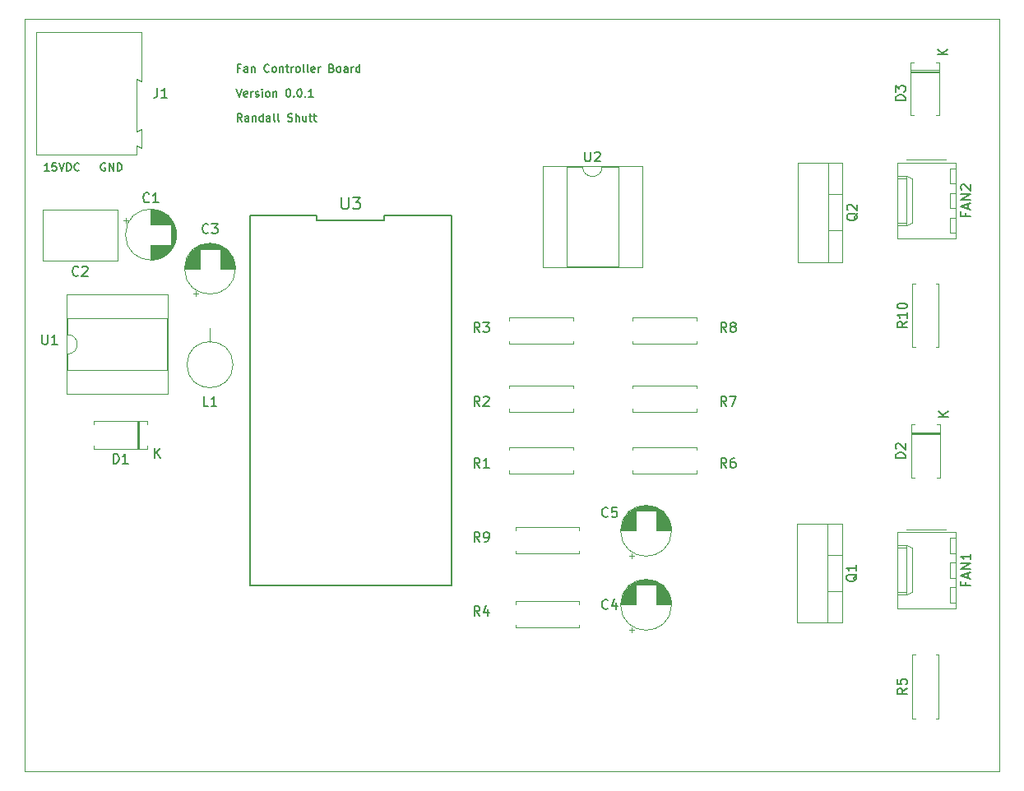
<source format=gbr>
%TF.GenerationSoftware,KiCad,Pcbnew,(5.1.9-0-10_14)*%
%TF.CreationDate,2021-04-26T00:09:41-04:00*%
%TF.ProjectId,randall-LM358-5-12V-amp,72616e64-616c-46c2-9d4c-4d3335382d35,rev?*%
%TF.SameCoordinates,PX4f16d38PY3a51524*%
%TF.FileFunction,Legend,Top*%
%TF.FilePolarity,Positive*%
%FSLAX46Y46*%
G04 Gerber Fmt 4.6, Leading zero omitted, Abs format (unit mm)*
G04 Created by KiCad (PCBNEW (5.1.9-0-10_14)) date 2021-04-26 00:09:41*
%MOMM*%
%LPD*%
G01*
G04 APERTURE LIST*
%ADD10C,0.152400*%
%TA.AperFunction,Profile*%
%ADD11C,0.100000*%
%TD*%
%ADD12C,0.150000*%
%ADD13C,0.120000*%
G04 APERTURE END LIST*
D10*
X21966040Y-9067195D02*
X21695107Y-8680147D01*
X21501583Y-9067195D02*
X21501583Y-8254395D01*
X21811221Y-8254395D01*
X21888631Y-8293100D01*
X21927336Y-8331804D01*
X21966040Y-8409214D01*
X21966040Y-8525328D01*
X21927336Y-8602738D01*
X21888631Y-8641442D01*
X21811221Y-8680147D01*
X21501583Y-8680147D01*
X22662726Y-9067195D02*
X22662726Y-8641442D01*
X22624021Y-8564033D01*
X22546612Y-8525328D01*
X22391793Y-8525328D01*
X22314383Y-8564033D01*
X22662726Y-9028490D02*
X22585317Y-9067195D01*
X22391793Y-9067195D01*
X22314383Y-9028490D01*
X22275679Y-8951080D01*
X22275679Y-8873671D01*
X22314383Y-8796261D01*
X22391793Y-8757557D01*
X22585317Y-8757557D01*
X22662726Y-8718852D01*
X23049774Y-8525328D02*
X23049774Y-9067195D01*
X23049774Y-8602738D02*
X23088479Y-8564033D01*
X23165888Y-8525328D01*
X23282002Y-8525328D01*
X23359412Y-8564033D01*
X23398117Y-8641442D01*
X23398117Y-9067195D01*
X24133507Y-9067195D02*
X24133507Y-8254395D01*
X24133507Y-9028490D02*
X24056098Y-9067195D01*
X23901279Y-9067195D01*
X23823869Y-9028490D01*
X23785164Y-8989785D01*
X23746460Y-8912376D01*
X23746460Y-8680147D01*
X23785164Y-8602738D01*
X23823869Y-8564033D01*
X23901279Y-8525328D01*
X24056098Y-8525328D01*
X24133507Y-8564033D01*
X24868898Y-9067195D02*
X24868898Y-8641442D01*
X24830193Y-8564033D01*
X24752783Y-8525328D01*
X24597964Y-8525328D01*
X24520555Y-8564033D01*
X24868898Y-9028490D02*
X24791488Y-9067195D01*
X24597964Y-9067195D01*
X24520555Y-9028490D01*
X24481850Y-8951080D01*
X24481850Y-8873671D01*
X24520555Y-8796261D01*
X24597964Y-8757557D01*
X24791488Y-8757557D01*
X24868898Y-8718852D01*
X25372060Y-9067195D02*
X25294650Y-9028490D01*
X25255945Y-8951080D01*
X25255945Y-8254395D01*
X25797812Y-9067195D02*
X25720402Y-9028490D01*
X25681698Y-8951080D01*
X25681698Y-8254395D01*
X26688021Y-9028490D02*
X26804136Y-9067195D01*
X26997660Y-9067195D01*
X27075069Y-9028490D01*
X27113774Y-8989785D01*
X27152479Y-8912376D01*
X27152479Y-8834966D01*
X27113774Y-8757557D01*
X27075069Y-8718852D01*
X26997660Y-8680147D01*
X26842840Y-8641442D01*
X26765431Y-8602738D01*
X26726726Y-8564033D01*
X26688021Y-8486623D01*
X26688021Y-8409214D01*
X26726726Y-8331804D01*
X26765431Y-8293100D01*
X26842840Y-8254395D01*
X27036364Y-8254395D01*
X27152479Y-8293100D01*
X27500821Y-9067195D02*
X27500821Y-8254395D01*
X27849164Y-9067195D02*
X27849164Y-8641442D01*
X27810460Y-8564033D01*
X27733050Y-8525328D01*
X27616936Y-8525328D01*
X27539526Y-8564033D01*
X27500821Y-8602738D01*
X28584555Y-8525328D02*
X28584555Y-9067195D01*
X28236212Y-8525328D02*
X28236212Y-8951080D01*
X28274917Y-9028490D01*
X28352326Y-9067195D01*
X28468440Y-9067195D01*
X28545850Y-9028490D01*
X28584555Y-8989785D01*
X28855488Y-8525328D02*
X29165126Y-8525328D01*
X28971602Y-8254395D02*
X28971602Y-8951080D01*
X29010307Y-9028490D01*
X29087717Y-9067195D01*
X29165126Y-9067195D01*
X29319945Y-8525328D02*
X29629583Y-8525328D01*
X29436060Y-8254395D02*
X29436060Y-8951080D01*
X29474764Y-9028490D01*
X29552174Y-9067195D01*
X29629583Y-9067195D01*
X21385469Y-5714395D02*
X21656402Y-6527195D01*
X21927336Y-5714395D01*
X22507907Y-6488490D02*
X22430498Y-6527195D01*
X22275679Y-6527195D01*
X22198269Y-6488490D01*
X22159564Y-6411080D01*
X22159564Y-6101442D01*
X22198269Y-6024033D01*
X22275679Y-5985328D01*
X22430498Y-5985328D01*
X22507907Y-6024033D01*
X22546612Y-6101442D01*
X22546612Y-6178852D01*
X22159564Y-6256261D01*
X22894955Y-6527195D02*
X22894955Y-5985328D01*
X22894955Y-6140147D02*
X22933660Y-6062738D01*
X22972364Y-6024033D01*
X23049774Y-5985328D01*
X23127183Y-5985328D01*
X23359412Y-6488490D02*
X23436821Y-6527195D01*
X23591640Y-6527195D01*
X23669050Y-6488490D01*
X23707755Y-6411080D01*
X23707755Y-6372376D01*
X23669050Y-6294966D01*
X23591640Y-6256261D01*
X23475526Y-6256261D01*
X23398117Y-6217557D01*
X23359412Y-6140147D01*
X23359412Y-6101442D01*
X23398117Y-6024033D01*
X23475526Y-5985328D01*
X23591640Y-5985328D01*
X23669050Y-6024033D01*
X24056098Y-6527195D02*
X24056098Y-5985328D01*
X24056098Y-5714395D02*
X24017393Y-5753100D01*
X24056098Y-5791804D01*
X24094802Y-5753100D01*
X24056098Y-5714395D01*
X24056098Y-5791804D01*
X24559260Y-6527195D02*
X24481850Y-6488490D01*
X24443145Y-6449785D01*
X24404440Y-6372376D01*
X24404440Y-6140147D01*
X24443145Y-6062738D01*
X24481850Y-6024033D01*
X24559260Y-5985328D01*
X24675374Y-5985328D01*
X24752783Y-6024033D01*
X24791488Y-6062738D01*
X24830193Y-6140147D01*
X24830193Y-6372376D01*
X24791488Y-6449785D01*
X24752783Y-6488490D01*
X24675374Y-6527195D01*
X24559260Y-6527195D01*
X25178536Y-5985328D02*
X25178536Y-6527195D01*
X25178536Y-6062738D02*
X25217240Y-6024033D01*
X25294650Y-5985328D01*
X25410764Y-5985328D01*
X25488174Y-6024033D01*
X25526879Y-6101442D01*
X25526879Y-6527195D01*
X26688021Y-5714395D02*
X26765431Y-5714395D01*
X26842840Y-5753100D01*
X26881545Y-5791804D01*
X26920250Y-5869214D01*
X26958955Y-6024033D01*
X26958955Y-6217557D01*
X26920250Y-6372376D01*
X26881545Y-6449785D01*
X26842840Y-6488490D01*
X26765431Y-6527195D01*
X26688021Y-6527195D01*
X26610612Y-6488490D01*
X26571907Y-6449785D01*
X26533202Y-6372376D01*
X26494498Y-6217557D01*
X26494498Y-6024033D01*
X26533202Y-5869214D01*
X26571907Y-5791804D01*
X26610612Y-5753100D01*
X26688021Y-5714395D01*
X27307298Y-6449785D02*
X27346002Y-6488490D01*
X27307298Y-6527195D01*
X27268593Y-6488490D01*
X27307298Y-6449785D01*
X27307298Y-6527195D01*
X27849164Y-5714395D02*
X27926574Y-5714395D01*
X28003983Y-5753100D01*
X28042688Y-5791804D01*
X28081393Y-5869214D01*
X28120098Y-6024033D01*
X28120098Y-6217557D01*
X28081393Y-6372376D01*
X28042688Y-6449785D01*
X28003983Y-6488490D01*
X27926574Y-6527195D01*
X27849164Y-6527195D01*
X27771755Y-6488490D01*
X27733050Y-6449785D01*
X27694345Y-6372376D01*
X27655640Y-6217557D01*
X27655640Y-6024033D01*
X27694345Y-5869214D01*
X27733050Y-5791804D01*
X27771755Y-5753100D01*
X27849164Y-5714395D01*
X28468440Y-6449785D02*
X28507145Y-6488490D01*
X28468440Y-6527195D01*
X28429736Y-6488490D01*
X28468440Y-6449785D01*
X28468440Y-6527195D01*
X29281240Y-6527195D02*
X28816783Y-6527195D01*
X29049012Y-6527195D02*
X29049012Y-5714395D01*
X28971602Y-5830509D01*
X28894193Y-5907919D01*
X28816783Y-5946623D01*
X21772517Y-3561442D02*
X21501583Y-3561442D01*
X21501583Y-3987195D02*
X21501583Y-3174395D01*
X21888631Y-3174395D01*
X22546612Y-3987195D02*
X22546612Y-3561442D01*
X22507907Y-3484033D01*
X22430498Y-3445328D01*
X22275679Y-3445328D01*
X22198269Y-3484033D01*
X22546612Y-3948490D02*
X22469202Y-3987195D01*
X22275679Y-3987195D01*
X22198269Y-3948490D01*
X22159564Y-3871080D01*
X22159564Y-3793671D01*
X22198269Y-3716261D01*
X22275679Y-3677557D01*
X22469202Y-3677557D01*
X22546612Y-3638852D01*
X22933660Y-3445328D02*
X22933660Y-3987195D01*
X22933660Y-3522738D02*
X22972364Y-3484033D01*
X23049774Y-3445328D01*
X23165888Y-3445328D01*
X23243298Y-3484033D01*
X23282002Y-3561442D01*
X23282002Y-3987195D01*
X24752783Y-3909785D02*
X24714079Y-3948490D01*
X24597964Y-3987195D01*
X24520555Y-3987195D01*
X24404440Y-3948490D01*
X24327031Y-3871080D01*
X24288326Y-3793671D01*
X24249621Y-3638852D01*
X24249621Y-3522738D01*
X24288326Y-3367919D01*
X24327031Y-3290509D01*
X24404440Y-3213100D01*
X24520555Y-3174395D01*
X24597964Y-3174395D01*
X24714079Y-3213100D01*
X24752783Y-3251804D01*
X25217240Y-3987195D02*
X25139831Y-3948490D01*
X25101126Y-3909785D01*
X25062421Y-3832376D01*
X25062421Y-3600147D01*
X25101126Y-3522738D01*
X25139831Y-3484033D01*
X25217240Y-3445328D01*
X25333355Y-3445328D01*
X25410764Y-3484033D01*
X25449469Y-3522738D01*
X25488174Y-3600147D01*
X25488174Y-3832376D01*
X25449469Y-3909785D01*
X25410764Y-3948490D01*
X25333355Y-3987195D01*
X25217240Y-3987195D01*
X25836517Y-3445328D02*
X25836517Y-3987195D01*
X25836517Y-3522738D02*
X25875221Y-3484033D01*
X25952631Y-3445328D01*
X26068745Y-3445328D01*
X26146155Y-3484033D01*
X26184860Y-3561442D01*
X26184860Y-3987195D01*
X26455793Y-3445328D02*
X26765431Y-3445328D01*
X26571907Y-3174395D02*
X26571907Y-3871080D01*
X26610612Y-3948490D01*
X26688021Y-3987195D01*
X26765431Y-3987195D01*
X27036364Y-3987195D02*
X27036364Y-3445328D01*
X27036364Y-3600147D02*
X27075069Y-3522738D01*
X27113774Y-3484033D01*
X27191183Y-3445328D01*
X27268593Y-3445328D01*
X27655640Y-3987195D02*
X27578231Y-3948490D01*
X27539526Y-3909785D01*
X27500821Y-3832376D01*
X27500821Y-3600147D01*
X27539526Y-3522738D01*
X27578231Y-3484033D01*
X27655640Y-3445328D01*
X27771755Y-3445328D01*
X27849164Y-3484033D01*
X27887869Y-3522738D01*
X27926574Y-3600147D01*
X27926574Y-3832376D01*
X27887869Y-3909785D01*
X27849164Y-3948490D01*
X27771755Y-3987195D01*
X27655640Y-3987195D01*
X28391031Y-3987195D02*
X28313621Y-3948490D01*
X28274917Y-3871080D01*
X28274917Y-3174395D01*
X28816783Y-3987195D02*
X28739374Y-3948490D01*
X28700669Y-3871080D01*
X28700669Y-3174395D01*
X29436060Y-3948490D02*
X29358650Y-3987195D01*
X29203831Y-3987195D01*
X29126421Y-3948490D01*
X29087717Y-3871080D01*
X29087717Y-3561442D01*
X29126421Y-3484033D01*
X29203831Y-3445328D01*
X29358650Y-3445328D01*
X29436060Y-3484033D01*
X29474764Y-3561442D01*
X29474764Y-3638852D01*
X29087717Y-3716261D01*
X29823107Y-3987195D02*
X29823107Y-3445328D01*
X29823107Y-3600147D02*
X29861812Y-3522738D01*
X29900517Y-3484033D01*
X29977926Y-3445328D01*
X30055336Y-3445328D01*
X31216479Y-3561442D02*
X31332593Y-3600147D01*
X31371298Y-3638852D01*
X31410002Y-3716261D01*
X31410002Y-3832376D01*
X31371298Y-3909785D01*
X31332593Y-3948490D01*
X31255183Y-3987195D01*
X30945545Y-3987195D01*
X30945545Y-3174395D01*
X31216479Y-3174395D01*
X31293888Y-3213100D01*
X31332593Y-3251804D01*
X31371298Y-3329214D01*
X31371298Y-3406623D01*
X31332593Y-3484033D01*
X31293888Y-3522738D01*
X31216479Y-3561442D01*
X30945545Y-3561442D01*
X31874460Y-3987195D02*
X31797050Y-3948490D01*
X31758345Y-3909785D01*
X31719640Y-3832376D01*
X31719640Y-3600147D01*
X31758345Y-3522738D01*
X31797050Y-3484033D01*
X31874460Y-3445328D01*
X31990574Y-3445328D01*
X32067983Y-3484033D01*
X32106688Y-3522738D01*
X32145393Y-3600147D01*
X32145393Y-3832376D01*
X32106688Y-3909785D01*
X32067983Y-3948490D01*
X31990574Y-3987195D01*
X31874460Y-3987195D01*
X32842079Y-3987195D02*
X32842079Y-3561442D01*
X32803374Y-3484033D01*
X32725964Y-3445328D01*
X32571145Y-3445328D01*
X32493736Y-3484033D01*
X32842079Y-3948490D02*
X32764669Y-3987195D01*
X32571145Y-3987195D01*
X32493736Y-3948490D01*
X32455031Y-3871080D01*
X32455031Y-3793671D01*
X32493736Y-3716261D01*
X32571145Y-3677557D01*
X32764669Y-3677557D01*
X32842079Y-3638852D01*
X33229126Y-3987195D02*
X33229126Y-3445328D01*
X33229126Y-3600147D02*
X33267831Y-3522738D01*
X33306536Y-3484033D01*
X33383945Y-3445328D01*
X33461355Y-3445328D01*
X34080631Y-3987195D02*
X34080631Y-3174395D01*
X34080631Y-3948490D02*
X34003221Y-3987195D01*
X33848402Y-3987195D01*
X33770993Y-3948490D01*
X33732288Y-3909785D01*
X33693583Y-3832376D01*
X33693583Y-3600147D01*
X33732288Y-3522738D01*
X33770993Y-3484033D01*
X33848402Y-3445328D01*
X34003221Y-3445328D01*
X34080631Y-3484033D01*
X7889723Y-13373100D02*
X7812314Y-13334395D01*
X7696200Y-13334395D01*
X7580085Y-13373100D01*
X7502676Y-13450509D01*
X7463971Y-13527919D01*
X7425266Y-13682738D01*
X7425266Y-13798852D01*
X7463971Y-13953671D01*
X7502676Y-14031080D01*
X7580085Y-14108490D01*
X7696200Y-14147195D01*
X7773609Y-14147195D01*
X7889723Y-14108490D01*
X7928428Y-14069785D01*
X7928428Y-13798852D01*
X7773609Y-13798852D01*
X8276771Y-14147195D02*
X8276771Y-13334395D01*
X8741228Y-14147195D01*
X8741228Y-13334395D01*
X9128276Y-14147195D02*
X9128276Y-13334395D01*
X9321800Y-13334395D01*
X9437914Y-13373100D01*
X9515323Y-13450509D01*
X9554028Y-13527919D01*
X9592733Y-13682738D01*
X9592733Y-13798852D01*
X9554028Y-13953671D01*
X9515323Y-14031080D01*
X9437914Y-14108490D01*
X9321800Y-14147195D01*
X9128276Y-14147195D01*
X2113038Y-14147195D02*
X1648580Y-14147195D01*
X1880809Y-14147195D02*
X1880809Y-13334395D01*
X1803400Y-13450509D01*
X1725990Y-13527919D01*
X1648580Y-13566623D01*
X2848428Y-13334395D02*
X2461380Y-13334395D01*
X2422676Y-13721442D01*
X2461380Y-13682738D01*
X2538790Y-13644033D01*
X2732314Y-13644033D01*
X2809723Y-13682738D01*
X2848428Y-13721442D01*
X2887133Y-13798852D01*
X2887133Y-13992376D01*
X2848428Y-14069785D01*
X2809723Y-14108490D01*
X2732314Y-14147195D01*
X2538790Y-14147195D01*
X2461380Y-14108490D01*
X2422676Y-14069785D01*
X3119361Y-13334395D02*
X3390295Y-14147195D01*
X3661228Y-13334395D01*
X3932161Y-14147195D02*
X3932161Y-13334395D01*
X4125685Y-13334395D01*
X4241800Y-13373100D01*
X4319209Y-13450509D01*
X4357914Y-13527919D01*
X4396619Y-13682738D01*
X4396619Y-13798852D01*
X4357914Y-13953671D01*
X4319209Y-14031080D01*
X4241800Y-14108490D01*
X4125685Y-14147195D01*
X3932161Y-14147195D01*
X5209419Y-14069785D02*
X5170714Y-14108490D01*
X5054600Y-14147195D01*
X4977190Y-14147195D01*
X4861076Y-14108490D01*
X4783666Y-14031080D01*
X4744961Y-13953671D01*
X4706257Y-13798852D01*
X4706257Y-13682738D01*
X4744961Y-13527919D01*
X4783666Y-13450509D01*
X4861076Y-13373100D01*
X4977190Y-13334395D01*
X5054600Y-13334395D01*
X5170714Y-13373100D01*
X5209419Y-13411804D01*
D11*
X99949000Y1460500D02*
X99949000Y-76009500D01*
X-381000Y1460500D02*
X99949000Y1460500D01*
X-381000Y-76009500D02*
X-381000Y1460500D01*
X99949000Y-76009500D02*
X-381000Y-76009500D01*
D12*
%TO.C,U3*%
X22757001Y-18752500D02*
X22757000Y-56812500D01*
X22757000Y-56812500D02*
X43536999Y-56812500D01*
X43536999Y-56812500D02*
X43537000Y-18752500D01*
X43537000Y-18752500D02*
X36610333Y-18752500D01*
X36610333Y-18752500D02*
X36610333Y-19202500D01*
X36610333Y-19202500D02*
X29683667Y-19202500D01*
X29683667Y-19202500D02*
X29683667Y-18752500D01*
X29683667Y-18752500D02*
X22757001Y-18752500D01*
D13*
%TO.C,U1*%
X4004000Y-33004000D02*
X4004000Y-34654000D01*
X4004000Y-34654000D02*
X14284000Y-34654000D01*
X14284000Y-34654000D02*
X14284000Y-29354000D01*
X14284000Y-29354000D02*
X4004000Y-29354000D01*
X4004000Y-29354000D02*
X4004000Y-31004000D01*
X3944000Y-37144000D02*
X14344000Y-37144000D01*
X14344000Y-37144000D02*
X14344000Y-26864000D01*
X14344000Y-26864000D02*
X3944000Y-26864000D01*
X3944000Y-26864000D02*
X3944000Y-37144000D01*
X4004000Y-31004000D02*
G75*
G02*
X4004000Y-33004000I0J-1000000D01*
G01*
%TO.C,L1*%
X21039000Y-34099500D02*
G75*
G03*
X21039000Y-34099500I-2370000J0D01*
G01*
X18669000Y-31729500D02*
X18669000Y-30319500D01*
%TO.C,J1*%
X779000Y140500D02*
X779000Y-12459500D01*
X779000Y-12459500D02*
X11129000Y-12459500D01*
X11129000Y-12459500D02*
X11129000Y-11509500D01*
X11129000Y-11509500D02*
X11629000Y-11759500D01*
X11629000Y-11759500D02*
X11629000Y-9859500D01*
X11629000Y-9859500D02*
X11629000Y-9809500D01*
X11629000Y-9809500D02*
X11129000Y-10059500D01*
X11129000Y-10059500D02*
X11129000Y-4659500D01*
X11129000Y-4659500D02*
X11629000Y-4959500D01*
X11629000Y-4959500D02*
X11629000Y140500D01*
X11629000Y140500D02*
X779000Y140500D01*
%TO.C,D1*%
X12181500Y-42478500D02*
X12181500Y-42808500D01*
X12181500Y-42808500D02*
X6741500Y-42808500D01*
X6741500Y-42808500D02*
X6741500Y-42478500D01*
X12181500Y-40198500D02*
X12181500Y-39868500D01*
X12181500Y-39868500D02*
X6741500Y-39868500D01*
X6741500Y-39868500D02*
X6741500Y-40198500D01*
X11281500Y-42808500D02*
X11281500Y-39868500D01*
X11161500Y-42808500D02*
X11161500Y-39868500D01*
X11401500Y-42808500D02*
X11401500Y-39868500D01*
%TO.C,C5*%
X66183500Y-51197000D02*
G75*
G03*
X66183500Y-51197000I-2620000J0D01*
G01*
X64603500Y-51197000D02*
X66143500Y-51197000D01*
X60983500Y-51197000D02*
X62523500Y-51197000D01*
X64603500Y-51157000D02*
X66143500Y-51157000D01*
X60983500Y-51157000D02*
X62523500Y-51157000D01*
X60984500Y-51117000D02*
X62523500Y-51117000D01*
X64603500Y-51117000D02*
X66142500Y-51117000D01*
X60985500Y-51077000D02*
X62523500Y-51077000D01*
X64603500Y-51077000D02*
X66141500Y-51077000D01*
X60987500Y-51037000D02*
X62523500Y-51037000D01*
X64603500Y-51037000D02*
X66139500Y-51037000D01*
X60990500Y-50997000D02*
X62523500Y-50997000D01*
X64603500Y-50997000D02*
X66136500Y-50997000D01*
X60994500Y-50957000D02*
X62523500Y-50957000D01*
X64603500Y-50957000D02*
X66132500Y-50957000D01*
X60998500Y-50917000D02*
X62523500Y-50917000D01*
X64603500Y-50917000D02*
X66128500Y-50917000D01*
X61002500Y-50877000D02*
X62523500Y-50877000D01*
X64603500Y-50877000D02*
X66124500Y-50877000D01*
X61007500Y-50837000D02*
X62523500Y-50837000D01*
X64603500Y-50837000D02*
X66119500Y-50837000D01*
X61013500Y-50797000D02*
X62523500Y-50797000D01*
X64603500Y-50797000D02*
X66113500Y-50797000D01*
X61020500Y-50757000D02*
X62523500Y-50757000D01*
X64603500Y-50757000D02*
X66106500Y-50757000D01*
X61027500Y-50717000D02*
X62523500Y-50717000D01*
X64603500Y-50717000D02*
X66099500Y-50717000D01*
X61035500Y-50677000D02*
X62523500Y-50677000D01*
X64603500Y-50677000D02*
X66091500Y-50677000D01*
X61043500Y-50637000D02*
X62523500Y-50637000D01*
X64603500Y-50637000D02*
X66083500Y-50637000D01*
X61052500Y-50597000D02*
X62523500Y-50597000D01*
X64603500Y-50597000D02*
X66074500Y-50597000D01*
X61062500Y-50557000D02*
X62523500Y-50557000D01*
X64603500Y-50557000D02*
X66064500Y-50557000D01*
X61072500Y-50517000D02*
X62523500Y-50517000D01*
X64603500Y-50517000D02*
X66054500Y-50517000D01*
X61083500Y-50476000D02*
X62523500Y-50476000D01*
X64603500Y-50476000D02*
X66043500Y-50476000D01*
X61095500Y-50436000D02*
X62523500Y-50436000D01*
X64603500Y-50436000D02*
X66031500Y-50436000D01*
X61108500Y-50396000D02*
X62523500Y-50396000D01*
X64603500Y-50396000D02*
X66018500Y-50396000D01*
X61121500Y-50356000D02*
X62523500Y-50356000D01*
X64603500Y-50356000D02*
X66005500Y-50356000D01*
X61135500Y-50316000D02*
X62523500Y-50316000D01*
X64603500Y-50316000D02*
X65991500Y-50316000D01*
X61149500Y-50276000D02*
X62523500Y-50276000D01*
X64603500Y-50276000D02*
X65977500Y-50276000D01*
X61165500Y-50236000D02*
X62523500Y-50236000D01*
X64603500Y-50236000D02*
X65961500Y-50236000D01*
X61181500Y-50196000D02*
X62523500Y-50196000D01*
X64603500Y-50196000D02*
X65945500Y-50196000D01*
X61198500Y-50156000D02*
X62523500Y-50156000D01*
X64603500Y-50156000D02*
X65928500Y-50156000D01*
X61215500Y-50116000D02*
X62523500Y-50116000D01*
X64603500Y-50116000D02*
X65911500Y-50116000D01*
X61234500Y-50076000D02*
X62523500Y-50076000D01*
X64603500Y-50076000D02*
X65892500Y-50076000D01*
X61253500Y-50036000D02*
X62523500Y-50036000D01*
X64603500Y-50036000D02*
X65873500Y-50036000D01*
X61273500Y-49996000D02*
X62523500Y-49996000D01*
X64603500Y-49996000D02*
X65853500Y-49996000D01*
X61295500Y-49956000D02*
X62523500Y-49956000D01*
X64603500Y-49956000D02*
X65831500Y-49956000D01*
X61316500Y-49916000D02*
X62523500Y-49916000D01*
X64603500Y-49916000D02*
X65810500Y-49916000D01*
X61339500Y-49876000D02*
X62523500Y-49876000D01*
X64603500Y-49876000D02*
X65787500Y-49876000D01*
X61363500Y-49836000D02*
X62523500Y-49836000D01*
X64603500Y-49836000D02*
X65763500Y-49836000D01*
X61388500Y-49796000D02*
X62523500Y-49796000D01*
X64603500Y-49796000D02*
X65738500Y-49796000D01*
X61414500Y-49756000D02*
X62523500Y-49756000D01*
X64603500Y-49756000D02*
X65712500Y-49756000D01*
X61441500Y-49716000D02*
X62523500Y-49716000D01*
X64603500Y-49716000D02*
X65685500Y-49716000D01*
X61468500Y-49676000D02*
X62523500Y-49676000D01*
X64603500Y-49676000D02*
X65658500Y-49676000D01*
X61498500Y-49636000D02*
X62523500Y-49636000D01*
X64603500Y-49636000D02*
X65628500Y-49636000D01*
X61528500Y-49596000D02*
X62523500Y-49596000D01*
X64603500Y-49596000D02*
X65598500Y-49596000D01*
X61559500Y-49556000D02*
X62523500Y-49556000D01*
X64603500Y-49556000D02*
X65567500Y-49556000D01*
X61592500Y-49516000D02*
X62523500Y-49516000D01*
X64603500Y-49516000D02*
X65534500Y-49516000D01*
X61626500Y-49476000D02*
X62523500Y-49476000D01*
X64603500Y-49476000D02*
X65500500Y-49476000D01*
X61662500Y-49436000D02*
X62523500Y-49436000D01*
X64603500Y-49436000D02*
X65464500Y-49436000D01*
X61699500Y-49396000D02*
X62523500Y-49396000D01*
X64603500Y-49396000D02*
X65427500Y-49396000D01*
X61737500Y-49356000D02*
X62523500Y-49356000D01*
X64603500Y-49356000D02*
X65389500Y-49356000D01*
X61778500Y-49316000D02*
X62523500Y-49316000D01*
X64603500Y-49316000D02*
X65348500Y-49316000D01*
X61820500Y-49276000D02*
X62523500Y-49276000D01*
X64603500Y-49276000D02*
X65306500Y-49276000D01*
X61864500Y-49236000D02*
X62523500Y-49236000D01*
X64603500Y-49236000D02*
X65262500Y-49236000D01*
X61910500Y-49196000D02*
X62523500Y-49196000D01*
X64603500Y-49196000D02*
X65216500Y-49196000D01*
X61958500Y-49156000D02*
X65168500Y-49156000D01*
X62009500Y-49116000D02*
X65117500Y-49116000D01*
X62063500Y-49076000D02*
X65063500Y-49076000D01*
X62120500Y-49036000D02*
X65006500Y-49036000D01*
X62180500Y-48996000D02*
X64946500Y-48996000D01*
X62244500Y-48956000D02*
X64882500Y-48956000D01*
X62312500Y-48916000D02*
X64814500Y-48916000D01*
X62385500Y-48876000D02*
X64741500Y-48876000D01*
X62465500Y-48836000D02*
X64661500Y-48836000D01*
X62552500Y-48796000D02*
X64574500Y-48796000D01*
X62648500Y-48756000D02*
X64478500Y-48756000D01*
X62758500Y-48716000D02*
X64368500Y-48716000D01*
X62886500Y-48676000D02*
X64240500Y-48676000D01*
X63045500Y-48636000D02*
X64081500Y-48636000D01*
X63279500Y-48596000D02*
X63847500Y-48596000D01*
X62088500Y-54001775D02*
X62088500Y-53501775D01*
X61838500Y-53751775D02*
X62338500Y-53751775D01*
%TO.C,C4*%
X66183500Y-58817000D02*
G75*
G03*
X66183500Y-58817000I-2620000J0D01*
G01*
X64603500Y-58817000D02*
X66143500Y-58817000D01*
X60983500Y-58817000D02*
X62523500Y-58817000D01*
X64603500Y-58777000D02*
X66143500Y-58777000D01*
X60983500Y-58777000D02*
X62523500Y-58777000D01*
X60984500Y-58737000D02*
X62523500Y-58737000D01*
X64603500Y-58737000D02*
X66142500Y-58737000D01*
X60985500Y-58697000D02*
X62523500Y-58697000D01*
X64603500Y-58697000D02*
X66141500Y-58697000D01*
X60987500Y-58657000D02*
X62523500Y-58657000D01*
X64603500Y-58657000D02*
X66139500Y-58657000D01*
X60990500Y-58617000D02*
X62523500Y-58617000D01*
X64603500Y-58617000D02*
X66136500Y-58617000D01*
X60994500Y-58577000D02*
X62523500Y-58577000D01*
X64603500Y-58577000D02*
X66132500Y-58577000D01*
X60998500Y-58537000D02*
X62523500Y-58537000D01*
X64603500Y-58537000D02*
X66128500Y-58537000D01*
X61002500Y-58497000D02*
X62523500Y-58497000D01*
X64603500Y-58497000D02*
X66124500Y-58497000D01*
X61007500Y-58457000D02*
X62523500Y-58457000D01*
X64603500Y-58457000D02*
X66119500Y-58457000D01*
X61013500Y-58417000D02*
X62523500Y-58417000D01*
X64603500Y-58417000D02*
X66113500Y-58417000D01*
X61020500Y-58377000D02*
X62523500Y-58377000D01*
X64603500Y-58377000D02*
X66106500Y-58377000D01*
X61027500Y-58337000D02*
X62523500Y-58337000D01*
X64603500Y-58337000D02*
X66099500Y-58337000D01*
X61035500Y-58297000D02*
X62523500Y-58297000D01*
X64603500Y-58297000D02*
X66091500Y-58297000D01*
X61043500Y-58257000D02*
X62523500Y-58257000D01*
X64603500Y-58257000D02*
X66083500Y-58257000D01*
X61052500Y-58217000D02*
X62523500Y-58217000D01*
X64603500Y-58217000D02*
X66074500Y-58217000D01*
X61062500Y-58177000D02*
X62523500Y-58177000D01*
X64603500Y-58177000D02*
X66064500Y-58177000D01*
X61072500Y-58137000D02*
X62523500Y-58137000D01*
X64603500Y-58137000D02*
X66054500Y-58137000D01*
X61083500Y-58096000D02*
X62523500Y-58096000D01*
X64603500Y-58096000D02*
X66043500Y-58096000D01*
X61095500Y-58056000D02*
X62523500Y-58056000D01*
X64603500Y-58056000D02*
X66031500Y-58056000D01*
X61108500Y-58016000D02*
X62523500Y-58016000D01*
X64603500Y-58016000D02*
X66018500Y-58016000D01*
X61121500Y-57976000D02*
X62523500Y-57976000D01*
X64603500Y-57976000D02*
X66005500Y-57976000D01*
X61135500Y-57936000D02*
X62523500Y-57936000D01*
X64603500Y-57936000D02*
X65991500Y-57936000D01*
X61149500Y-57896000D02*
X62523500Y-57896000D01*
X64603500Y-57896000D02*
X65977500Y-57896000D01*
X61165500Y-57856000D02*
X62523500Y-57856000D01*
X64603500Y-57856000D02*
X65961500Y-57856000D01*
X61181500Y-57816000D02*
X62523500Y-57816000D01*
X64603500Y-57816000D02*
X65945500Y-57816000D01*
X61198500Y-57776000D02*
X62523500Y-57776000D01*
X64603500Y-57776000D02*
X65928500Y-57776000D01*
X61215500Y-57736000D02*
X62523500Y-57736000D01*
X64603500Y-57736000D02*
X65911500Y-57736000D01*
X61234500Y-57696000D02*
X62523500Y-57696000D01*
X64603500Y-57696000D02*
X65892500Y-57696000D01*
X61253500Y-57656000D02*
X62523500Y-57656000D01*
X64603500Y-57656000D02*
X65873500Y-57656000D01*
X61273500Y-57616000D02*
X62523500Y-57616000D01*
X64603500Y-57616000D02*
X65853500Y-57616000D01*
X61295500Y-57576000D02*
X62523500Y-57576000D01*
X64603500Y-57576000D02*
X65831500Y-57576000D01*
X61316500Y-57536000D02*
X62523500Y-57536000D01*
X64603500Y-57536000D02*
X65810500Y-57536000D01*
X61339500Y-57496000D02*
X62523500Y-57496000D01*
X64603500Y-57496000D02*
X65787500Y-57496000D01*
X61363500Y-57456000D02*
X62523500Y-57456000D01*
X64603500Y-57456000D02*
X65763500Y-57456000D01*
X61388500Y-57416000D02*
X62523500Y-57416000D01*
X64603500Y-57416000D02*
X65738500Y-57416000D01*
X61414500Y-57376000D02*
X62523500Y-57376000D01*
X64603500Y-57376000D02*
X65712500Y-57376000D01*
X61441500Y-57336000D02*
X62523500Y-57336000D01*
X64603500Y-57336000D02*
X65685500Y-57336000D01*
X61468500Y-57296000D02*
X62523500Y-57296000D01*
X64603500Y-57296000D02*
X65658500Y-57296000D01*
X61498500Y-57256000D02*
X62523500Y-57256000D01*
X64603500Y-57256000D02*
X65628500Y-57256000D01*
X61528500Y-57216000D02*
X62523500Y-57216000D01*
X64603500Y-57216000D02*
X65598500Y-57216000D01*
X61559500Y-57176000D02*
X62523500Y-57176000D01*
X64603500Y-57176000D02*
X65567500Y-57176000D01*
X61592500Y-57136000D02*
X62523500Y-57136000D01*
X64603500Y-57136000D02*
X65534500Y-57136000D01*
X61626500Y-57096000D02*
X62523500Y-57096000D01*
X64603500Y-57096000D02*
X65500500Y-57096000D01*
X61662500Y-57056000D02*
X62523500Y-57056000D01*
X64603500Y-57056000D02*
X65464500Y-57056000D01*
X61699500Y-57016000D02*
X62523500Y-57016000D01*
X64603500Y-57016000D02*
X65427500Y-57016000D01*
X61737500Y-56976000D02*
X62523500Y-56976000D01*
X64603500Y-56976000D02*
X65389500Y-56976000D01*
X61778500Y-56936000D02*
X62523500Y-56936000D01*
X64603500Y-56936000D02*
X65348500Y-56936000D01*
X61820500Y-56896000D02*
X62523500Y-56896000D01*
X64603500Y-56896000D02*
X65306500Y-56896000D01*
X61864500Y-56856000D02*
X62523500Y-56856000D01*
X64603500Y-56856000D02*
X65262500Y-56856000D01*
X61910500Y-56816000D02*
X62523500Y-56816000D01*
X64603500Y-56816000D02*
X65216500Y-56816000D01*
X61958500Y-56776000D02*
X65168500Y-56776000D01*
X62009500Y-56736000D02*
X65117500Y-56736000D01*
X62063500Y-56696000D02*
X65063500Y-56696000D01*
X62120500Y-56656000D02*
X65006500Y-56656000D01*
X62180500Y-56616000D02*
X64946500Y-56616000D01*
X62244500Y-56576000D02*
X64882500Y-56576000D01*
X62312500Y-56536000D02*
X64814500Y-56536000D01*
X62385500Y-56496000D02*
X64741500Y-56496000D01*
X62465500Y-56456000D02*
X64661500Y-56456000D01*
X62552500Y-56416000D02*
X64574500Y-56416000D01*
X62648500Y-56376000D02*
X64478500Y-56376000D01*
X62758500Y-56336000D02*
X64368500Y-56336000D01*
X62886500Y-56296000D02*
X64240500Y-56296000D01*
X63045500Y-56256000D02*
X64081500Y-56256000D01*
X63279500Y-56216000D02*
X63847500Y-56216000D01*
X62088500Y-61621775D02*
X62088500Y-61121775D01*
X61838500Y-61371775D02*
X62338500Y-61371775D01*
%TO.C,C3*%
X21289000Y-24209500D02*
G75*
G03*
X21289000Y-24209500I-2620000J0D01*
G01*
X19709000Y-24209500D02*
X21249000Y-24209500D01*
X16089000Y-24209500D02*
X17629000Y-24209500D01*
X19709000Y-24169500D02*
X21249000Y-24169500D01*
X16089000Y-24169500D02*
X17629000Y-24169500D01*
X16090000Y-24129500D02*
X17629000Y-24129500D01*
X19709000Y-24129500D02*
X21248000Y-24129500D01*
X16091000Y-24089500D02*
X17629000Y-24089500D01*
X19709000Y-24089500D02*
X21247000Y-24089500D01*
X16093000Y-24049500D02*
X17629000Y-24049500D01*
X19709000Y-24049500D02*
X21245000Y-24049500D01*
X16096000Y-24009500D02*
X17629000Y-24009500D01*
X19709000Y-24009500D02*
X21242000Y-24009500D01*
X16100000Y-23969500D02*
X17629000Y-23969500D01*
X19709000Y-23969500D02*
X21238000Y-23969500D01*
X16104000Y-23929500D02*
X17629000Y-23929500D01*
X19709000Y-23929500D02*
X21234000Y-23929500D01*
X16108000Y-23889500D02*
X17629000Y-23889500D01*
X19709000Y-23889500D02*
X21230000Y-23889500D01*
X16113000Y-23849500D02*
X17629000Y-23849500D01*
X19709000Y-23849500D02*
X21225000Y-23849500D01*
X16119000Y-23809500D02*
X17629000Y-23809500D01*
X19709000Y-23809500D02*
X21219000Y-23809500D01*
X16126000Y-23769500D02*
X17629000Y-23769500D01*
X19709000Y-23769500D02*
X21212000Y-23769500D01*
X16133000Y-23729500D02*
X17629000Y-23729500D01*
X19709000Y-23729500D02*
X21205000Y-23729500D01*
X16141000Y-23689500D02*
X17629000Y-23689500D01*
X19709000Y-23689500D02*
X21197000Y-23689500D01*
X16149000Y-23649500D02*
X17629000Y-23649500D01*
X19709000Y-23649500D02*
X21189000Y-23649500D01*
X16158000Y-23609500D02*
X17629000Y-23609500D01*
X19709000Y-23609500D02*
X21180000Y-23609500D01*
X16168000Y-23569500D02*
X17629000Y-23569500D01*
X19709000Y-23569500D02*
X21170000Y-23569500D01*
X16178000Y-23529500D02*
X17629000Y-23529500D01*
X19709000Y-23529500D02*
X21160000Y-23529500D01*
X16189000Y-23488500D02*
X17629000Y-23488500D01*
X19709000Y-23488500D02*
X21149000Y-23488500D01*
X16201000Y-23448500D02*
X17629000Y-23448500D01*
X19709000Y-23448500D02*
X21137000Y-23448500D01*
X16214000Y-23408500D02*
X17629000Y-23408500D01*
X19709000Y-23408500D02*
X21124000Y-23408500D01*
X16227000Y-23368500D02*
X17629000Y-23368500D01*
X19709000Y-23368500D02*
X21111000Y-23368500D01*
X16241000Y-23328500D02*
X17629000Y-23328500D01*
X19709000Y-23328500D02*
X21097000Y-23328500D01*
X16255000Y-23288500D02*
X17629000Y-23288500D01*
X19709000Y-23288500D02*
X21083000Y-23288500D01*
X16271000Y-23248500D02*
X17629000Y-23248500D01*
X19709000Y-23248500D02*
X21067000Y-23248500D01*
X16287000Y-23208500D02*
X17629000Y-23208500D01*
X19709000Y-23208500D02*
X21051000Y-23208500D01*
X16304000Y-23168500D02*
X17629000Y-23168500D01*
X19709000Y-23168500D02*
X21034000Y-23168500D01*
X16321000Y-23128500D02*
X17629000Y-23128500D01*
X19709000Y-23128500D02*
X21017000Y-23128500D01*
X16340000Y-23088500D02*
X17629000Y-23088500D01*
X19709000Y-23088500D02*
X20998000Y-23088500D01*
X16359000Y-23048500D02*
X17629000Y-23048500D01*
X19709000Y-23048500D02*
X20979000Y-23048500D01*
X16379000Y-23008500D02*
X17629000Y-23008500D01*
X19709000Y-23008500D02*
X20959000Y-23008500D01*
X16401000Y-22968500D02*
X17629000Y-22968500D01*
X19709000Y-22968500D02*
X20937000Y-22968500D01*
X16422000Y-22928500D02*
X17629000Y-22928500D01*
X19709000Y-22928500D02*
X20916000Y-22928500D01*
X16445000Y-22888500D02*
X17629000Y-22888500D01*
X19709000Y-22888500D02*
X20893000Y-22888500D01*
X16469000Y-22848500D02*
X17629000Y-22848500D01*
X19709000Y-22848500D02*
X20869000Y-22848500D01*
X16494000Y-22808500D02*
X17629000Y-22808500D01*
X19709000Y-22808500D02*
X20844000Y-22808500D01*
X16520000Y-22768500D02*
X17629000Y-22768500D01*
X19709000Y-22768500D02*
X20818000Y-22768500D01*
X16547000Y-22728500D02*
X17629000Y-22728500D01*
X19709000Y-22728500D02*
X20791000Y-22728500D01*
X16574000Y-22688500D02*
X17629000Y-22688500D01*
X19709000Y-22688500D02*
X20764000Y-22688500D01*
X16604000Y-22648500D02*
X17629000Y-22648500D01*
X19709000Y-22648500D02*
X20734000Y-22648500D01*
X16634000Y-22608500D02*
X17629000Y-22608500D01*
X19709000Y-22608500D02*
X20704000Y-22608500D01*
X16665000Y-22568500D02*
X17629000Y-22568500D01*
X19709000Y-22568500D02*
X20673000Y-22568500D01*
X16698000Y-22528500D02*
X17629000Y-22528500D01*
X19709000Y-22528500D02*
X20640000Y-22528500D01*
X16732000Y-22488500D02*
X17629000Y-22488500D01*
X19709000Y-22488500D02*
X20606000Y-22488500D01*
X16768000Y-22448500D02*
X17629000Y-22448500D01*
X19709000Y-22448500D02*
X20570000Y-22448500D01*
X16805000Y-22408500D02*
X17629000Y-22408500D01*
X19709000Y-22408500D02*
X20533000Y-22408500D01*
X16843000Y-22368500D02*
X17629000Y-22368500D01*
X19709000Y-22368500D02*
X20495000Y-22368500D01*
X16884000Y-22328500D02*
X17629000Y-22328500D01*
X19709000Y-22328500D02*
X20454000Y-22328500D01*
X16926000Y-22288500D02*
X17629000Y-22288500D01*
X19709000Y-22288500D02*
X20412000Y-22288500D01*
X16970000Y-22248500D02*
X17629000Y-22248500D01*
X19709000Y-22248500D02*
X20368000Y-22248500D01*
X17016000Y-22208500D02*
X17629000Y-22208500D01*
X19709000Y-22208500D02*
X20322000Y-22208500D01*
X17064000Y-22168500D02*
X20274000Y-22168500D01*
X17115000Y-22128500D02*
X20223000Y-22128500D01*
X17169000Y-22088500D02*
X20169000Y-22088500D01*
X17226000Y-22048500D02*
X20112000Y-22048500D01*
X17286000Y-22008500D02*
X20052000Y-22008500D01*
X17350000Y-21968500D02*
X19988000Y-21968500D01*
X17418000Y-21928500D02*
X19920000Y-21928500D01*
X17491000Y-21888500D02*
X19847000Y-21888500D01*
X17571000Y-21848500D02*
X19767000Y-21848500D01*
X17658000Y-21808500D02*
X19680000Y-21808500D01*
X17754000Y-21768500D02*
X19584000Y-21768500D01*
X17864000Y-21728500D02*
X19474000Y-21728500D01*
X17992000Y-21688500D02*
X19346000Y-21688500D01*
X18151000Y-21648500D02*
X19187000Y-21648500D01*
X18385000Y-21608500D02*
X18953000Y-21608500D01*
X17194000Y-27014275D02*
X17194000Y-26514275D01*
X16944000Y-26764275D02*
X17444000Y-26764275D01*
%TO.C,C2*%
X9164000Y-23384500D02*
X1424000Y-23384500D01*
X9164000Y-18144500D02*
X1424000Y-18144500D01*
X9164000Y-23384500D02*
X9164000Y-18144500D01*
X1424000Y-23384500D02*
X1424000Y-18144500D01*
%TO.C,C1*%
X15209000Y-20701000D02*
G75*
G03*
X15209000Y-20701000I-2620000J0D01*
G01*
X12589000Y-21741000D02*
X12589000Y-23281000D01*
X12589000Y-18121000D02*
X12589000Y-19661000D01*
X12629000Y-21741000D02*
X12629000Y-23281000D01*
X12629000Y-18121000D02*
X12629000Y-19661000D01*
X12669000Y-18122000D02*
X12669000Y-19661000D01*
X12669000Y-21741000D02*
X12669000Y-23280000D01*
X12709000Y-18123000D02*
X12709000Y-19661000D01*
X12709000Y-21741000D02*
X12709000Y-23279000D01*
X12749000Y-18125000D02*
X12749000Y-19661000D01*
X12749000Y-21741000D02*
X12749000Y-23277000D01*
X12789000Y-18128000D02*
X12789000Y-19661000D01*
X12789000Y-21741000D02*
X12789000Y-23274000D01*
X12829000Y-18132000D02*
X12829000Y-19661000D01*
X12829000Y-21741000D02*
X12829000Y-23270000D01*
X12869000Y-18136000D02*
X12869000Y-19661000D01*
X12869000Y-21741000D02*
X12869000Y-23266000D01*
X12909000Y-18140000D02*
X12909000Y-19661000D01*
X12909000Y-21741000D02*
X12909000Y-23262000D01*
X12949000Y-18145000D02*
X12949000Y-19661000D01*
X12949000Y-21741000D02*
X12949000Y-23257000D01*
X12989000Y-18151000D02*
X12989000Y-19661000D01*
X12989000Y-21741000D02*
X12989000Y-23251000D01*
X13029000Y-18158000D02*
X13029000Y-19661000D01*
X13029000Y-21741000D02*
X13029000Y-23244000D01*
X13069000Y-18165000D02*
X13069000Y-19661000D01*
X13069000Y-21741000D02*
X13069000Y-23237000D01*
X13109000Y-18173000D02*
X13109000Y-19661000D01*
X13109000Y-21741000D02*
X13109000Y-23229000D01*
X13149000Y-18181000D02*
X13149000Y-19661000D01*
X13149000Y-21741000D02*
X13149000Y-23221000D01*
X13189000Y-18190000D02*
X13189000Y-19661000D01*
X13189000Y-21741000D02*
X13189000Y-23212000D01*
X13229000Y-18200000D02*
X13229000Y-19661000D01*
X13229000Y-21741000D02*
X13229000Y-23202000D01*
X13269000Y-18210000D02*
X13269000Y-19661000D01*
X13269000Y-21741000D02*
X13269000Y-23192000D01*
X13310000Y-18221000D02*
X13310000Y-19661000D01*
X13310000Y-21741000D02*
X13310000Y-23181000D01*
X13350000Y-18233000D02*
X13350000Y-19661000D01*
X13350000Y-21741000D02*
X13350000Y-23169000D01*
X13390000Y-18246000D02*
X13390000Y-19661000D01*
X13390000Y-21741000D02*
X13390000Y-23156000D01*
X13430000Y-18259000D02*
X13430000Y-19661000D01*
X13430000Y-21741000D02*
X13430000Y-23143000D01*
X13470000Y-18273000D02*
X13470000Y-19661000D01*
X13470000Y-21741000D02*
X13470000Y-23129000D01*
X13510000Y-18287000D02*
X13510000Y-19661000D01*
X13510000Y-21741000D02*
X13510000Y-23115000D01*
X13550000Y-18303000D02*
X13550000Y-19661000D01*
X13550000Y-21741000D02*
X13550000Y-23099000D01*
X13590000Y-18319000D02*
X13590000Y-19661000D01*
X13590000Y-21741000D02*
X13590000Y-23083000D01*
X13630000Y-18336000D02*
X13630000Y-19661000D01*
X13630000Y-21741000D02*
X13630000Y-23066000D01*
X13670000Y-18353000D02*
X13670000Y-19661000D01*
X13670000Y-21741000D02*
X13670000Y-23049000D01*
X13710000Y-18372000D02*
X13710000Y-19661000D01*
X13710000Y-21741000D02*
X13710000Y-23030000D01*
X13750000Y-18391000D02*
X13750000Y-19661000D01*
X13750000Y-21741000D02*
X13750000Y-23011000D01*
X13790000Y-18411000D02*
X13790000Y-19661000D01*
X13790000Y-21741000D02*
X13790000Y-22991000D01*
X13830000Y-18433000D02*
X13830000Y-19661000D01*
X13830000Y-21741000D02*
X13830000Y-22969000D01*
X13870000Y-18454000D02*
X13870000Y-19661000D01*
X13870000Y-21741000D02*
X13870000Y-22948000D01*
X13910000Y-18477000D02*
X13910000Y-19661000D01*
X13910000Y-21741000D02*
X13910000Y-22925000D01*
X13950000Y-18501000D02*
X13950000Y-19661000D01*
X13950000Y-21741000D02*
X13950000Y-22901000D01*
X13990000Y-18526000D02*
X13990000Y-19661000D01*
X13990000Y-21741000D02*
X13990000Y-22876000D01*
X14030000Y-18552000D02*
X14030000Y-19661000D01*
X14030000Y-21741000D02*
X14030000Y-22850000D01*
X14070000Y-18579000D02*
X14070000Y-19661000D01*
X14070000Y-21741000D02*
X14070000Y-22823000D01*
X14110000Y-18606000D02*
X14110000Y-19661000D01*
X14110000Y-21741000D02*
X14110000Y-22796000D01*
X14150000Y-18636000D02*
X14150000Y-19661000D01*
X14150000Y-21741000D02*
X14150000Y-22766000D01*
X14190000Y-18666000D02*
X14190000Y-19661000D01*
X14190000Y-21741000D02*
X14190000Y-22736000D01*
X14230000Y-18697000D02*
X14230000Y-19661000D01*
X14230000Y-21741000D02*
X14230000Y-22705000D01*
X14270000Y-18730000D02*
X14270000Y-19661000D01*
X14270000Y-21741000D02*
X14270000Y-22672000D01*
X14310000Y-18764000D02*
X14310000Y-19661000D01*
X14310000Y-21741000D02*
X14310000Y-22638000D01*
X14350000Y-18800000D02*
X14350000Y-19661000D01*
X14350000Y-21741000D02*
X14350000Y-22602000D01*
X14390000Y-18837000D02*
X14390000Y-19661000D01*
X14390000Y-21741000D02*
X14390000Y-22565000D01*
X14430000Y-18875000D02*
X14430000Y-19661000D01*
X14430000Y-21741000D02*
X14430000Y-22527000D01*
X14470000Y-18916000D02*
X14470000Y-19661000D01*
X14470000Y-21741000D02*
X14470000Y-22486000D01*
X14510000Y-18958000D02*
X14510000Y-19661000D01*
X14510000Y-21741000D02*
X14510000Y-22444000D01*
X14550000Y-19002000D02*
X14550000Y-19661000D01*
X14550000Y-21741000D02*
X14550000Y-22400000D01*
X14590000Y-19048000D02*
X14590000Y-19661000D01*
X14590000Y-21741000D02*
X14590000Y-22354000D01*
X14630000Y-19096000D02*
X14630000Y-22306000D01*
X14670000Y-19147000D02*
X14670000Y-22255000D01*
X14710000Y-19201000D02*
X14710000Y-22201000D01*
X14750000Y-19258000D02*
X14750000Y-22144000D01*
X14790000Y-19318000D02*
X14790000Y-22084000D01*
X14830000Y-19382000D02*
X14830000Y-22020000D01*
X14870000Y-19450000D02*
X14870000Y-21952000D01*
X14910000Y-19523000D02*
X14910000Y-21879000D01*
X14950000Y-19603000D02*
X14950000Y-21799000D01*
X14990000Y-19690000D02*
X14990000Y-21712000D01*
X15030000Y-19786000D02*
X15030000Y-21616000D01*
X15070000Y-19896000D02*
X15070000Y-21506000D01*
X15110000Y-20024000D02*
X15110000Y-21378000D01*
X15150000Y-20183000D02*
X15150000Y-21219000D01*
X15190000Y-20417000D02*
X15190000Y-20985000D01*
X9784225Y-19226000D02*
X10284225Y-19226000D01*
X10034225Y-18976000D02*
X10034225Y-19476000D01*
%TO.C,U2*%
X63179000Y-13659500D02*
X52899000Y-13659500D01*
X63179000Y-24059500D02*
X63179000Y-13659500D01*
X52899000Y-24059500D02*
X63179000Y-24059500D01*
X52899000Y-13659500D02*
X52899000Y-24059500D01*
X60689000Y-13719500D02*
X59039000Y-13719500D01*
X60689000Y-23999500D02*
X60689000Y-13719500D01*
X55389000Y-23999500D02*
X60689000Y-23999500D01*
X55389000Y-13719500D02*
X55389000Y-23999500D01*
X57039000Y-13719500D02*
X55389000Y-13719500D01*
X59039000Y-13719500D02*
G75*
G02*
X57039000Y-13719500I-1000000J0D01*
G01*
%TO.C,R10*%
X93699000Y-25749500D02*
X93369000Y-25749500D01*
X93699000Y-32289500D02*
X93699000Y-25749500D01*
X93369000Y-32289500D02*
X93699000Y-32289500D01*
X90959000Y-25749500D02*
X91289000Y-25749500D01*
X90959000Y-32289500D02*
X90959000Y-25749500D01*
X91289000Y-32289500D02*
X90959000Y-32289500D01*
%TO.C,R8*%
X62198500Y-29237000D02*
X62198500Y-29567000D01*
X68738500Y-29237000D02*
X62198500Y-29237000D01*
X68738500Y-29567000D02*
X68738500Y-29237000D01*
X62198500Y-31977000D02*
X62198500Y-31647000D01*
X68738500Y-31977000D02*
X62198500Y-31977000D01*
X68738500Y-31647000D02*
X68738500Y-31977000D01*
%TO.C,R7*%
X68738500Y-38962000D02*
X68738500Y-38632000D01*
X62198500Y-38962000D02*
X68738500Y-38962000D01*
X62198500Y-38632000D02*
X62198500Y-38962000D01*
X68738500Y-36222000D02*
X68738500Y-36552000D01*
X62198500Y-36222000D02*
X68738500Y-36222000D01*
X62198500Y-36552000D02*
X62198500Y-36222000D01*
%TO.C,R6*%
X62198500Y-42572000D02*
X62198500Y-42902000D01*
X68738500Y-42572000D02*
X62198500Y-42572000D01*
X68738500Y-42902000D02*
X68738500Y-42572000D01*
X62198500Y-45312000D02*
X62198500Y-44982000D01*
X68738500Y-45312000D02*
X62198500Y-45312000D01*
X68738500Y-44982000D02*
X68738500Y-45312000D01*
%TO.C,R9*%
X50133500Y-50827000D02*
X50133500Y-51157000D01*
X56673500Y-50827000D02*
X50133500Y-50827000D01*
X56673500Y-51157000D02*
X56673500Y-50827000D01*
X50133500Y-53567000D02*
X50133500Y-53237000D01*
X56673500Y-53567000D02*
X50133500Y-53567000D01*
X56673500Y-53237000D02*
X56673500Y-53567000D01*
%TO.C,R5*%
X93699000Y-63976500D02*
X93369000Y-63976500D01*
X93699000Y-70516500D02*
X93699000Y-63976500D01*
X93369000Y-70516500D02*
X93699000Y-70516500D01*
X90959000Y-63976500D02*
X91289000Y-63976500D01*
X90959000Y-70516500D02*
X90959000Y-63976500D01*
X91289000Y-70516500D02*
X90959000Y-70516500D01*
%TO.C,R3*%
X56038500Y-31977000D02*
X56038500Y-31647000D01*
X49498500Y-31977000D02*
X56038500Y-31977000D01*
X49498500Y-31647000D02*
X49498500Y-31977000D01*
X56038500Y-29237000D02*
X56038500Y-29567000D01*
X49498500Y-29237000D02*
X56038500Y-29237000D01*
X49498500Y-29567000D02*
X49498500Y-29237000D01*
%TO.C,R2*%
X49498500Y-36222000D02*
X49498500Y-36552000D01*
X56038500Y-36222000D02*
X49498500Y-36222000D01*
X56038500Y-36552000D02*
X56038500Y-36222000D01*
X49498500Y-38962000D02*
X49498500Y-38632000D01*
X56038500Y-38962000D02*
X49498500Y-38962000D01*
X56038500Y-38632000D02*
X56038500Y-38962000D01*
%TO.C,R1*%
X56038500Y-45312000D02*
X56038500Y-44982000D01*
X49498500Y-45312000D02*
X56038500Y-45312000D01*
X49498500Y-44982000D02*
X49498500Y-45312000D01*
X56038500Y-42572000D02*
X56038500Y-42902000D01*
X49498500Y-42572000D02*
X56038500Y-42572000D01*
X49498500Y-42902000D02*
X49498500Y-42572000D01*
%TO.C,R4*%
X50133500Y-58447000D02*
X50133500Y-58777000D01*
X56673500Y-58447000D02*
X50133500Y-58447000D01*
X56673500Y-58777000D02*
X56673500Y-58447000D01*
X50133500Y-61187000D02*
X50133500Y-60857000D01*
X56673500Y-61187000D02*
X50133500Y-61187000D01*
X56673500Y-60857000D02*
X56673500Y-61187000D01*
%TO.C,Q2*%
X83788000Y-20266000D02*
X82278000Y-20266000D01*
X83788000Y-16565000D02*
X82278000Y-16565000D01*
X82278000Y-13295000D02*
X82278000Y-23535000D01*
X83788000Y-23535000D02*
X79147000Y-23535000D01*
X83788000Y-13295000D02*
X79147000Y-13295000D01*
X79147000Y-13295000D02*
X79147000Y-23535000D01*
X83788000Y-13295000D02*
X83788000Y-23535000D01*
%TO.C,Q1*%
X83724500Y-57413500D02*
X82214500Y-57413500D01*
X83724500Y-53712500D02*
X82214500Y-53712500D01*
X82214500Y-50442500D02*
X82214500Y-60682500D01*
X83724500Y-60682500D02*
X79083500Y-60682500D01*
X83724500Y-50442500D02*
X79083500Y-50442500D01*
X79083500Y-50442500D02*
X79083500Y-60682500D01*
X83724500Y-50442500D02*
X83724500Y-60682500D01*
%TO.C,FAN2*%
X94822500Y-20548500D02*
X95422500Y-20548500D01*
X94822500Y-18948500D02*
X94822500Y-20548500D01*
X95422500Y-18948500D02*
X94822500Y-18948500D01*
X94822500Y-18008500D02*
X95422500Y-18008500D01*
X94822500Y-16408500D02*
X94822500Y-18008500D01*
X95422500Y-16408500D02*
X94822500Y-16408500D01*
X94822500Y-15468500D02*
X95422500Y-15468500D01*
X94822500Y-13868500D02*
X94822500Y-15468500D01*
X95422500Y-13868500D02*
X94822500Y-13868500D01*
X89402500Y-19498500D02*
X90402500Y-19498500D01*
X89402500Y-14918500D02*
X90402500Y-14918500D01*
X90932500Y-19498500D02*
X90402500Y-19748500D01*
X90932500Y-14918500D02*
X90932500Y-19498500D01*
X90402500Y-14668500D02*
X90932500Y-14918500D01*
X90402500Y-19748500D02*
X89402500Y-19748500D01*
X90402500Y-14668500D02*
X90402500Y-19748500D01*
X89402500Y-14668500D02*
X90402500Y-14668500D01*
X94392500Y-12998500D02*
X90392500Y-12998500D01*
X95422500Y-21128500D02*
X95422500Y-13288500D01*
X89402500Y-21128500D02*
X95422500Y-21128500D01*
X89402500Y-13288500D02*
X89402500Y-21128500D01*
X95422500Y-13288500D02*
X89402500Y-13288500D01*
%TO.C,FAN1*%
X94822500Y-58585000D02*
X95422500Y-58585000D01*
X94822500Y-56985000D02*
X94822500Y-58585000D01*
X95422500Y-56985000D02*
X94822500Y-56985000D01*
X94822500Y-56045000D02*
X95422500Y-56045000D01*
X94822500Y-54445000D02*
X94822500Y-56045000D01*
X95422500Y-54445000D02*
X94822500Y-54445000D01*
X94822500Y-53505000D02*
X95422500Y-53505000D01*
X94822500Y-51905000D02*
X94822500Y-53505000D01*
X95422500Y-51905000D02*
X94822500Y-51905000D01*
X89402500Y-57535000D02*
X90402500Y-57535000D01*
X89402500Y-52955000D02*
X90402500Y-52955000D01*
X90932500Y-57535000D02*
X90402500Y-57785000D01*
X90932500Y-52955000D02*
X90932500Y-57535000D01*
X90402500Y-52705000D02*
X90932500Y-52955000D01*
X90402500Y-57785000D02*
X89402500Y-57785000D01*
X90402500Y-52705000D02*
X90402500Y-57785000D01*
X89402500Y-52705000D02*
X90402500Y-52705000D01*
X94392500Y-51035000D02*
X90392500Y-51035000D01*
X95422500Y-59165000D02*
X95422500Y-51325000D01*
X89402500Y-59165000D02*
X95422500Y-59165000D01*
X89402500Y-51325000D02*
X89402500Y-59165000D01*
X95422500Y-51325000D02*
X89402500Y-51325000D01*
%TO.C,D3*%
X93735500Y-3775000D02*
X90795500Y-3775000D01*
X93735500Y-4015000D02*
X90795500Y-4015000D01*
X93735500Y-3895000D02*
X90795500Y-3895000D01*
X90795500Y-8435000D02*
X91125500Y-8435000D01*
X90795500Y-2995000D02*
X90795500Y-8435000D01*
X91125500Y-2995000D02*
X90795500Y-2995000D01*
X93735500Y-8435000D02*
X93405500Y-8435000D01*
X93735500Y-2995000D02*
X93735500Y-8435000D01*
X93405500Y-2995000D02*
X93735500Y-2995000D01*
%TO.C,D2*%
X93799000Y-41049500D02*
X90859000Y-41049500D01*
X93799000Y-41289500D02*
X90859000Y-41289500D01*
X93799000Y-41169500D02*
X90859000Y-41169500D01*
X90859000Y-45709500D02*
X91189000Y-45709500D01*
X90859000Y-40269500D02*
X90859000Y-45709500D01*
X91189000Y-40269500D02*
X90859000Y-40269500D01*
X93799000Y-45709500D02*
X93469000Y-45709500D01*
X93799000Y-40269500D02*
X93799000Y-45709500D01*
X93469000Y-40269500D02*
X93799000Y-40269500D01*
%TD*%
%TO.C,U3*%
D12*
X32232714Y-16895357D02*
X32232714Y-17866785D01*
X32289857Y-17981071D01*
X32347000Y-18038214D01*
X32461285Y-18095357D01*
X32689857Y-18095357D01*
X32804142Y-18038214D01*
X32861285Y-17981071D01*
X32918428Y-17866785D01*
X32918428Y-16895357D01*
X33375571Y-16895357D02*
X34118428Y-16895357D01*
X33718428Y-17352500D01*
X33889857Y-17352500D01*
X34004142Y-17409642D01*
X34061285Y-17466785D01*
X34118428Y-17581071D01*
X34118428Y-17866785D01*
X34061285Y-17981071D01*
X34004142Y-18038214D01*
X33889857Y-18095357D01*
X33547000Y-18095357D01*
X33432714Y-18038214D01*
X33375571Y-17981071D01*
%TO.C,U1*%
X1397095Y-31011880D02*
X1397095Y-31821404D01*
X1444714Y-31916642D01*
X1492333Y-31964261D01*
X1587571Y-32011880D01*
X1778047Y-32011880D01*
X1873285Y-31964261D01*
X1920904Y-31916642D01*
X1968523Y-31821404D01*
X1968523Y-31011880D01*
X2968523Y-32011880D02*
X2397095Y-32011880D01*
X2682809Y-32011880D02*
X2682809Y-31011880D01*
X2587571Y-31154738D01*
X2492333Y-31249976D01*
X2397095Y-31297595D01*
%TO.C,L1*%
X18502333Y-38361880D02*
X18026142Y-38361880D01*
X18026142Y-37361880D01*
X19359476Y-38361880D02*
X18788047Y-38361880D01*
X19073761Y-38361880D02*
X19073761Y-37361880D01*
X18978523Y-37504738D01*
X18883285Y-37599976D01*
X18788047Y-37647595D01*
%TO.C,J1*%
X13255666Y-5611880D02*
X13255666Y-6326166D01*
X13208047Y-6469023D01*
X13112809Y-6564261D01*
X12969952Y-6611880D01*
X12874714Y-6611880D01*
X14255666Y-6611880D02*
X13684238Y-6611880D01*
X13969952Y-6611880D02*
X13969952Y-5611880D01*
X13874714Y-5754738D01*
X13779476Y-5849976D01*
X13684238Y-5897595D01*
%TO.C,D1*%
X8723404Y-44260880D02*
X8723404Y-43260880D01*
X8961500Y-43260880D01*
X9104357Y-43308500D01*
X9199595Y-43403738D01*
X9247214Y-43498976D01*
X9294833Y-43689452D01*
X9294833Y-43832309D01*
X9247214Y-44022785D01*
X9199595Y-44118023D01*
X9104357Y-44213261D01*
X8961500Y-44260880D01*
X8723404Y-44260880D01*
X10247214Y-44260880D02*
X9675785Y-44260880D01*
X9961500Y-44260880D02*
X9961500Y-43260880D01*
X9866261Y-43403738D01*
X9771023Y-43498976D01*
X9675785Y-43546595D01*
X13009595Y-43690880D02*
X13009595Y-42690880D01*
X13581023Y-43690880D02*
X13152452Y-43119452D01*
X13581023Y-42690880D02*
X13009595Y-43262309D01*
%TO.C,C5*%
X59646833Y-49696642D02*
X59599214Y-49744261D01*
X59456357Y-49791880D01*
X59361119Y-49791880D01*
X59218261Y-49744261D01*
X59123023Y-49649023D01*
X59075404Y-49553785D01*
X59027785Y-49363309D01*
X59027785Y-49220452D01*
X59075404Y-49029976D01*
X59123023Y-48934738D01*
X59218261Y-48839500D01*
X59361119Y-48791880D01*
X59456357Y-48791880D01*
X59599214Y-48839500D01*
X59646833Y-48887119D01*
X60551595Y-48791880D02*
X60075404Y-48791880D01*
X60027785Y-49268071D01*
X60075404Y-49220452D01*
X60170642Y-49172833D01*
X60408738Y-49172833D01*
X60503976Y-49220452D01*
X60551595Y-49268071D01*
X60599214Y-49363309D01*
X60599214Y-49601404D01*
X60551595Y-49696642D01*
X60503976Y-49744261D01*
X60408738Y-49791880D01*
X60170642Y-49791880D01*
X60075404Y-49744261D01*
X60027785Y-49696642D01*
%TO.C,C4*%
X59646833Y-59174142D02*
X59599214Y-59221761D01*
X59456357Y-59269380D01*
X59361119Y-59269380D01*
X59218261Y-59221761D01*
X59123023Y-59126523D01*
X59075404Y-59031285D01*
X59027785Y-58840809D01*
X59027785Y-58697952D01*
X59075404Y-58507476D01*
X59123023Y-58412238D01*
X59218261Y-58317000D01*
X59361119Y-58269380D01*
X59456357Y-58269380D01*
X59599214Y-58317000D01*
X59646833Y-58364619D01*
X60503976Y-58602714D02*
X60503976Y-59269380D01*
X60265880Y-58221761D02*
X60027785Y-58936047D01*
X60646833Y-58936047D01*
%TO.C,C3*%
X18502333Y-20486642D02*
X18454714Y-20534261D01*
X18311857Y-20581880D01*
X18216619Y-20581880D01*
X18073761Y-20534261D01*
X17978523Y-20439023D01*
X17930904Y-20343785D01*
X17883285Y-20153309D01*
X17883285Y-20010452D01*
X17930904Y-19819976D01*
X17978523Y-19724738D01*
X18073761Y-19629500D01*
X18216619Y-19581880D01*
X18311857Y-19581880D01*
X18454714Y-19629500D01*
X18502333Y-19677119D01*
X18835666Y-19581880D02*
X19454714Y-19581880D01*
X19121380Y-19962833D01*
X19264238Y-19962833D01*
X19359476Y-20010452D01*
X19407095Y-20058071D01*
X19454714Y-20153309D01*
X19454714Y-20391404D01*
X19407095Y-20486642D01*
X19359476Y-20534261D01*
X19264238Y-20581880D01*
X18978523Y-20581880D01*
X18883285Y-20534261D01*
X18835666Y-20486642D01*
%TO.C,C2*%
X5127333Y-24871642D02*
X5079714Y-24919261D01*
X4936857Y-24966880D01*
X4841619Y-24966880D01*
X4698761Y-24919261D01*
X4603523Y-24824023D01*
X4555904Y-24728785D01*
X4508285Y-24538309D01*
X4508285Y-24395452D01*
X4555904Y-24204976D01*
X4603523Y-24109738D01*
X4698761Y-24014500D01*
X4841619Y-23966880D01*
X4936857Y-23966880D01*
X5079714Y-24014500D01*
X5127333Y-24062119D01*
X5508285Y-24062119D02*
X5555904Y-24014500D01*
X5651142Y-23966880D01*
X5889238Y-23966880D01*
X5984476Y-24014500D01*
X6032095Y-24062119D01*
X6079714Y-24157357D01*
X6079714Y-24252595D01*
X6032095Y-24395452D01*
X5460666Y-24966880D01*
X6079714Y-24966880D01*
%TO.C,C1*%
X12422333Y-17308142D02*
X12374714Y-17355761D01*
X12231857Y-17403380D01*
X12136619Y-17403380D01*
X11993761Y-17355761D01*
X11898523Y-17260523D01*
X11850904Y-17165285D01*
X11803285Y-16974809D01*
X11803285Y-16831952D01*
X11850904Y-16641476D01*
X11898523Y-16546238D01*
X11993761Y-16451000D01*
X12136619Y-16403380D01*
X12231857Y-16403380D01*
X12374714Y-16451000D01*
X12422333Y-16498619D01*
X13374714Y-17403380D02*
X12803285Y-17403380D01*
X13089000Y-17403380D02*
X13089000Y-16403380D01*
X12993761Y-16546238D01*
X12898523Y-16641476D01*
X12803285Y-16689095D01*
%TO.C,U2*%
X57277095Y-12171880D02*
X57277095Y-12981404D01*
X57324714Y-13076642D01*
X57372333Y-13124261D01*
X57467571Y-13171880D01*
X57658047Y-13171880D01*
X57753285Y-13124261D01*
X57800904Y-13076642D01*
X57848523Y-12981404D01*
X57848523Y-12171880D01*
X58277095Y-12267119D02*
X58324714Y-12219500D01*
X58419952Y-12171880D01*
X58658047Y-12171880D01*
X58753285Y-12219500D01*
X58800904Y-12267119D01*
X58848523Y-12362357D01*
X58848523Y-12457595D01*
X58800904Y-12600452D01*
X58229476Y-13171880D01*
X58848523Y-13171880D01*
%TO.C,R10*%
X90411380Y-29662357D02*
X89935190Y-29995690D01*
X90411380Y-30233785D02*
X89411380Y-30233785D01*
X89411380Y-29852833D01*
X89459000Y-29757595D01*
X89506619Y-29709976D01*
X89601857Y-29662357D01*
X89744714Y-29662357D01*
X89839952Y-29709976D01*
X89887571Y-29757595D01*
X89935190Y-29852833D01*
X89935190Y-30233785D01*
X90411380Y-28709976D02*
X90411380Y-29281404D01*
X90411380Y-28995690D02*
X89411380Y-28995690D01*
X89554238Y-29090928D01*
X89649476Y-29186166D01*
X89697095Y-29281404D01*
X89411380Y-28090928D02*
X89411380Y-27995690D01*
X89459000Y-27900452D01*
X89506619Y-27852833D01*
X89601857Y-27805214D01*
X89792333Y-27757595D01*
X90030428Y-27757595D01*
X90220904Y-27805214D01*
X90316142Y-27852833D01*
X90363761Y-27900452D01*
X90411380Y-27995690D01*
X90411380Y-28090928D01*
X90363761Y-28186166D01*
X90316142Y-28233785D01*
X90220904Y-28281404D01*
X90030428Y-28329023D01*
X89792333Y-28329023D01*
X89601857Y-28281404D01*
X89506619Y-28233785D01*
X89459000Y-28186166D01*
X89411380Y-28090928D01*
%TO.C,R8*%
X71842333Y-30741880D02*
X71509000Y-30265690D01*
X71270904Y-30741880D02*
X71270904Y-29741880D01*
X71651857Y-29741880D01*
X71747095Y-29789500D01*
X71794714Y-29837119D01*
X71842333Y-29932357D01*
X71842333Y-30075214D01*
X71794714Y-30170452D01*
X71747095Y-30218071D01*
X71651857Y-30265690D01*
X71270904Y-30265690D01*
X72413761Y-30170452D02*
X72318523Y-30122833D01*
X72270904Y-30075214D01*
X72223285Y-29979976D01*
X72223285Y-29932357D01*
X72270904Y-29837119D01*
X72318523Y-29789500D01*
X72413761Y-29741880D01*
X72604238Y-29741880D01*
X72699476Y-29789500D01*
X72747095Y-29837119D01*
X72794714Y-29932357D01*
X72794714Y-29979976D01*
X72747095Y-30075214D01*
X72699476Y-30122833D01*
X72604238Y-30170452D01*
X72413761Y-30170452D01*
X72318523Y-30218071D01*
X72270904Y-30265690D01*
X72223285Y-30360928D01*
X72223285Y-30551404D01*
X72270904Y-30646642D01*
X72318523Y-30694261D01*
X72413761Y-30741880D01*
X72604238Y-30741880D01*
X72699476Y-30694261D01*
X72747095Y-30646642D01*
X72794714Y-30551404D01*
X72794714Y-30360928D01*
X72747095Y-30265690D01*
X72699476Y-30218071D01*
X72604238Y-30170452D01*
%TO.C,R7*%
X71842333Y-38361880D02*
X71509000Y-37885690D01*
X71270904Y-38361880D02*
X71270904Y-37361880D01*
X71651857Y-37361880D01*
X71747095Y-37409500D01*
X71794714Y-37457119D01*
X71842333Y-37552357D01*
X71842333Y-37695214D01*
X71794714Y-37790452D01*
X71747095Y-37838071D01*
X71651857Y-37885690D01*
X71270904Y-37885690D01*
X72175666Y-37361880D02*
X72842333Y-37361880D01*
X72413761Y-38361880D01*
%TO.C,R6*%
X71842333Y-44711880D02*
X71509000Y-44235690D01*
X71270904Y-44711880D02*
X71270904Y-43711880D01*
X71651857Y-43711880D01*
X71747095Y-43759500D01*
X71794714Y-43807119D01*
X71842333Y-43902357D01*
X71842333Y-44045214D01*
X71794714Y-44140452D01*
X71747095Y-44188071D01*
X71651857Y-44235690D01*
X71270904Y-44235690D01*
X72699476Y-43711880D02*
X72509000Y-43711880D01*
X72413761Y-43759500D01*
X72366142Y-43807119D01*
X72270904Y-43949976D01*
X72223285Y-44140452D01*
X72223285Y-44521404D01*
X72270904Y-44616642D01*
X72318523Y-44664261D01*
X72413761Y-44711880D01*
X72604238Y-44711880D01*
X72699476Y-44664261D01*
X72747095Y-44616642D01*
X72794714Y-44521404D01*
X72794714Y-44283309D01*
X72747095Y-44188071D01*
X72699476Y-44140452D01*
X72604238Y-44092833D01*
X72413761Y-44092833D01*
X72318523Y-44140452D01*
X72270904Y-44188071D01*
X72223285Y-44283309D01*
%TO.C,R9*%
X46442333Y-52331880D02*
X46109000Y-51855690D01*
X45870904Y-52331880D02*
X45870904Y-51331880D01*
X46251857Y-51331880D01*
X46347095Y-51379500D01*
X46394714Y-51427119D01*
X46442333Y-51522357D01*
X46442333Y-51665214D01*
X46394714Y-51760452D01*
X46347095Y-51808071D01*
X46251857Y-51855690D01*
X45870904Y-51855690D01*
X46918523Y-52331880D02*
X47109000Y-52331880D01*
X47204238Y-52284261D01*
X47251857Y-52236642D01*
X47347095Y-52093785D01*
X47394714Y-51903309D01*
X47394714Y-51522357D01*
X47347095Y-51427119D01*
X47299476Y-51379500D01*
X47204238Y-51331880D01*
X47013761Y-51331880D01*
X46918523Y-51379500D01*
X46870904Y-51427119D01*
X46823285Y-51522357D01*
X46823285Y-51760452D01*
X46870904Y-51855690D01*
X46918523Y-51903309D01*
X47013761Y-51950928D01*
X47204238Y-51950928D01*
X47299476Y-51903309D01*
X47347095Y-51855690D01*
X47394714Y-51760452D01*
%TO.C,R5*%
X90411380Y-67413166D02*
X89935190Y-67746500D01*
X90411380Y-67984595D02*
X89411380Y-67984595D01*
X89411380Y-67603642D01*
X89459000Y-67508404D01*
X89506619Y-67460785D01*
X89601857Y-67413166D01*
X89744714Y-67413166D01*
X89839952Y-67460785D01*
X89887571Y-67508404D01*
X89935190Y-67603642D01*
X89935190Y-67984595D01*
X89411380Y-66508404D02*
X89411380Y-66984595D01*
X89887571Y-67032214D01*
X89839952Y-66984595D01*
X89792333Y-66889357D01*
X89792333Y-66651261D01*
X89839952Y-66556023D01*
X89887571Y-66508404D01*
X89982809Y-66460785D01*
X90220904Y-66460785D01*
X90316142Y-66508404D01*
X90363761Y-66556023D01*
X90411380Y-66651261D01*
X90411380Y-66889357D01*
X90363761Y-66984595D01*
X90316142Y-67032214D01*
%TO.C,R3*%
X46442333Y-30741880D02*
X46109000Y-30265690D01*
X45870904Y-30741880D02*
X45870904Y-29741880D01*
X46251857Y-29741880D01*
X46347095Y-29789500D01*
X46394714Y-29837119D01*
X46442333Y-29932357D01*
X46442333Y-30075214D01*
X46394714Y-30170452D01*
X46347095Y-30218071D01*
X46251857Y-30265690D01*
X45870904Y-30265690D01*
X46775666Y-29741880D02*
X47394714Y-29741880D01*
X47061380Y-30122833D01*
X47204238Y-30122833D01*
X47299476Y-30170452D01*
X47347095Y-30218071D01*
X47394714Y-30313309D01*
X47394714Y-30551404D01*
X47347095Y-30646642D01*
X47299476Y-30694261D01*
X47204238Y-30741880D01*
X46918523Y-30741880D01*
X46823285Y-30694261D01*
X46775666Y-30646642D01*
%TO.C,R2*%
X46442333Y-38361880D02*
X46109000Y-37885690D01*
X45870904Y-38361880D02*
X45870904Y-37361880D01*
X46251857Y-37361880D01*
X46347095Y-37409500D01*
X46394714Y-37457119D01*
X46442333Y-37552357D01*
X46442333Y-37695214D01*
X46394714Y-37790452D01*
X46347095Y-37838071D01*
X46251857Y-37885690D01*
X45870904Y-37885690D01*
X46823285Y-37457119D02*
X46870904Y-37409500D01*
X46966142Y-37361880D01*
X47204238Y-37361880D01*
X47299476Y-37409500D01*
X47347095Y-37457119D01*
X47394714Y-37552357D01*
X47394714Y-37647595D01*
X47347095Y-37790452D01*
X46775666Y-38361880D01*
X47394714Y-38361880D01*
%TO.C,R1*%
X46442333Y-44711880D02*
X46109000Y-44235690D01*
X45870904Y-44711880D02*
X45870904Y-43711880D01*
X46251857Y-43711880D01*
X46347095Y-43759500D01*
X46394714Y-43807119D01*
X46442333Y-43902357D01*
X46442333Y-44045214D01*
X46394714Y-44140452D01*
X46347095Y-44188071D01*
X46251857Y-44235690D01*
X45870904Y-44235690D01*
X47394714Y-44711880D02*
X46823285Y-44711880D01*
X47109000Y-44711880D02*
X47109000Y-43711880D01*
X47013761Y-43854738D01*
X46918523Y-43949976D01*
X46823285Y-43997595D01*
%TO.C,R4*%
X46442333Y-59951880D02*
X46109000Y-59475690D01*
X45870904Y-59951880D02*
X45870904Y-58951880D01*
X46251857Y-58951880D01*
X46347095Y-58999500D01*
X46394714Y-59047119D01*
X46442333Y-59142357D01*
X46442333Y-59285214D01*
X46394714Y-59380452D01*
X46347095Y-59428071D01*
X46251857Y-59475690D01*
X45870904Y-59475690D01*
X47299476Y-59285214D02*
X47299476Y-59951880D01*
X47061380Y-58904261D02*
X46823285Y-59618547D01*
X47442333Y-59618547D01*
%TO.C,Q2*%
X85335619Y-18510238D02*
X85288000Y-18605476D01*
X85192761Y-18700714D01*
X85049904Y-18843571D01*
X85002285Y-18938809D01*
X85002285Y-19034047D01*
X85240380Y-18986428D02*
X85192761Y-19081666D01*
X85097523Y-19176904D01*
X84907047Y-19224523D01*
X84573714Y-19224523D01*
X84383238Y-19176904D01*
X84288000Y-19081666D01*
X84240380Y-18986428D01*
X84240380Y-18795952D01*
X84288000Y-18700714D01*
X84383238Y-18605476D01*
X84573714Y-18557857D01*
X84907047Y-18557857D01*
X85097523Y-18605476D01*
X85192761Y-18700714D01*
X85240380Y-18795952D01*
X85240380Y-18986428D01*
X84335619Y-18176904D02*
X84288000Y-18129285D01*
X84240380Y-18034047D01*
X84240380Y-17795952D01*
X84288000Y-17700714D01*
X84335619Y-17653095D01*
X84430857Y-17605476D01*
X84526095Y-17605476D01*
X84668952Y-17653095D01*
X85240380Y-18224523D01*
X85240380Y-17605476D01*
%TO.C,Q1*%
X85272119Y-55657738D02*
X85224500Y-55752976D01*
X85129261Y-55848214D01*
X84986404Y-55991071D01*
X84938785Y-56086309D01*
X84938785Y-56181547D01*
X85176880Y-56133928D02*
X85129261Y-56229166D01*
X85034023Y-56324404D01*
X84843547Y-56372023D01*
X84510214Y-56372023D01*
X84319738Y-56324404D01*
X84224500Y-56229166D01*
X84176880Y-56133928D01*
X84176880Y-55943452D01*
X84224500Y-55848214D01*
X84319738Y-55752976D01*
X84510214Y-55705357D01*
X84843547Y-55705357D01*
X85034023Y-55752976D01*
X85129261Y-55848214D01*
X85176880Y-55943452D01*
X85176880Y-56133928D01*
X85176880Y-54752976D02*
X85176880Y-55324404D01*
X85176880Y-55038690D02*
X84176880Y-55038690D01*
X84319738Y-55133928D01*
X84414976Y-55229166D01*
X84462595Y-55324404D01*
%TO.C,FAN2*%
X96441071Y-18494214D02*
X96441071Y-18827547D01*
X96964880Y-18827547D02*
X95964880Y-18827547D01*
X95964880Y-18351357D01*
X96679166Y-18018023D02*
X96679166Y-17541833D01*
X96964880Y-18113261D02*
X95964880Y-17779928D01*
X96964880Y-17446595D01*
X96964880Y-17113261D02*
X95964880Y-17113261D01*
X96964880Y-16541833D01*
X95964880Y-16541833D01*
X96060119Y-16113261D02*
X96012500Y-16065642D01*
X95964880Y-15970404D01*
X95964880Y-15732309D01*
X96012500Y-15637071D01*
X96060119Y-15589452D01*
X96155357Y-15541833D01*
X96250595Y-15541833D01*
X96393452Y-15589452D01*
X96964880Y-16160880D01*
X96964880Y-15541833D01*
%TO.C,FAN1*%
X96441071Y-56530714D02*
X96441071Y-56864047D01*
X96964880Y-56864047D02*
X95964880Y-56864047D01*
X95964880Y-56387857D01*
X96679166Y-56054523D02*
X96679166Y-55578333D01*
X96964880Y-56149761D02*
X95964880Y-55816428D01*
X96964880Y-55483095D01*
X96964880Y-55149761D02*
X95964880Y-55149761D01*
X96964880Y-54578333D01*
X95964880Y-54578333D01*
X96964880Y-53578333D02*
X96964880Y-54149761D01*
X96964880Y-53864047D02*
X95964880Y-53864047D01*
X96107738Y-53959285D01*
X96202976Y-54054523D01*
X96250595Y-54149761D01*
%TO.C,D3*%
X90241380Y-6897595D02*
X89241380Y-6897595D01*
X89241380Y-6659500D01*
X89289000Y-6516642D01*
X89384238Y-6421404D01*
X89479476Y-6373785D01*
X89669952Y-6326166D01*
X89812809Y-6326166D01*
X90003285Y-6373785D01*
X90098523Y-6421404D01*
X90193761Y-6516642D01*
X90241380Y-6659500D01*
X90241380Y-6897595D01*
X89241380Y-5992833D02*
X89241380Y-5373785D01*
X89622333Y-5707119D01*
X89622333Y-5564261D01*
X89669952Y-5469023D01*
X89717571Y-5421404D01*
X89812809Y-5373785D01*
X90050904Y-5373785D01*
X90146142Y-5421404D01*
X90193761Y-5469023D01*
X90241380Y-5564261D01*
X90241380Y-5849976D01*
X90193761Y-5945214D01*
X90146142Y-5992833D01*
X94617880Y-2166904D02*
X93617880Y-2166904D01*
X94617880Y-1595476D02*
X94046452Y-2024047D01*
X93617880Y-1595476D02*
X94189309Y-2166904D01*
%TO.C,D2*%
X90241380Y-43727595D02*
X89241380Y-43727595D01*
X89241380Y-43489500D01*
X89289000Y-43346642D01*
X89384238Y-43251404D01*
X89479476Y-43203785D01*
X89669952Y-43156166D01*
X89812809Y-43156166D01*
X90003285Y-43203785D01*
X90098523Y-43251404D01*
X90193761Y-43346642D01*
X90241380Y-43489500D01*
X90241380Y-43727595D01*
X89336619Y-42775214D02*
X89289000Y-42727595D01*
X89241380Y-42632357D01*
X89241380Y-42394261D01*
X89289000Y-42299023D01*
X89336619Y-42251404D01*
X89431857Y-42203785D01*
X89527095Y-42203785D01*
X89669952Y-42251404D01*
X90241380Y-42822833D01*
X90241380Y-42203785D01*
X94681380Y-39441404D02*
X93681380Y-39441404D01*
X94681380Y-38869976D02*
X94109952Y-39298547D01*
X93681380Y-38869976D02*
X94252809Y-39441404D01*
%TD*%
M02*

</source>
